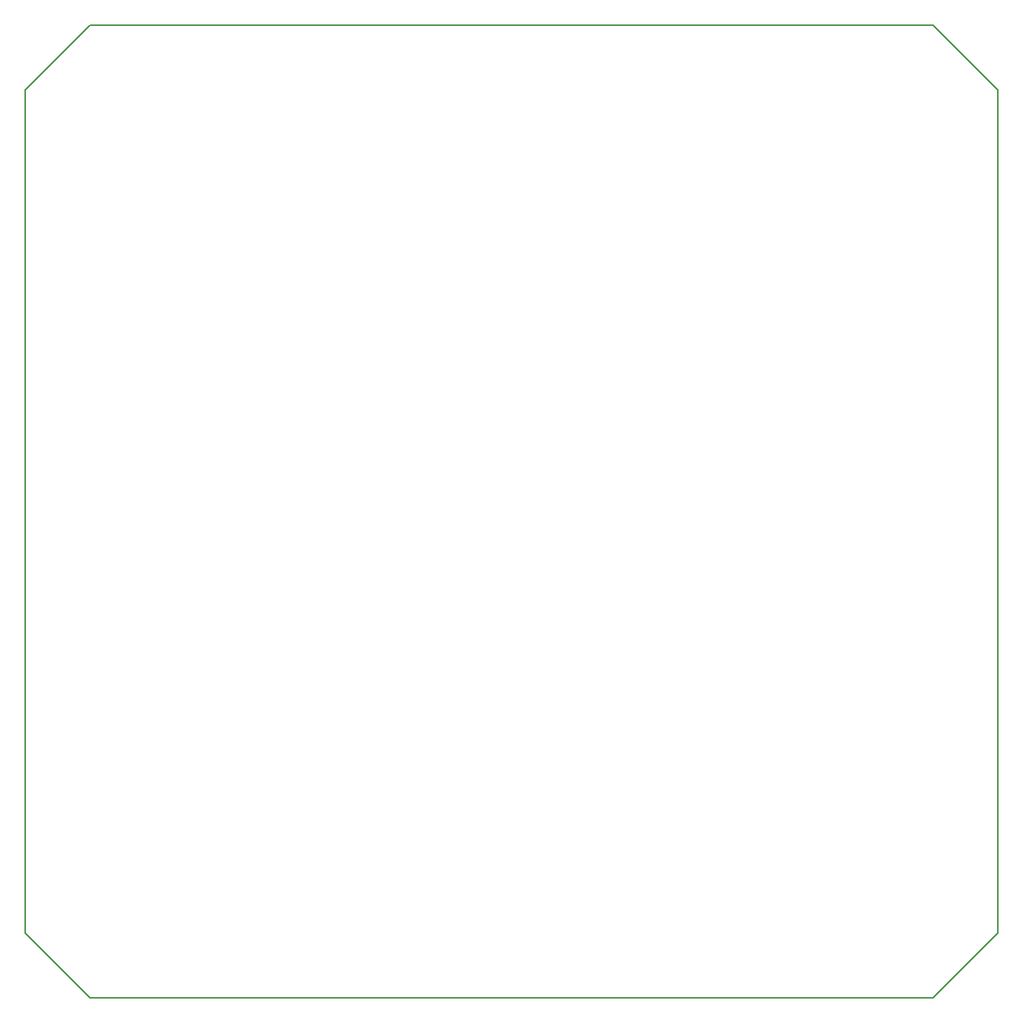
<source format=gm1>
G04 #@! TF.GenerationSoftware,KiCad,Pcbnew,7.0.7*
G04 #@! TF.CreationDate,2024-01-03T18:51:49-05:00*
G04 #@! TF.ProjectId,sunlight_pcb,73756e6c-6967-4687-945f-7063622e6b69,rev?*
G04 #@! TF.SameCoordinates,Original*
G04 #@! TF.FileFunction,Profile,NP*
%FSLAX46Y46*%
G04 Gerber Fmt 4.6, Leading zero omitted, Abs format (unit mm)*
G04 Created by KiCad (PCBNEW 7.0.7) date 2024-01-03 18:51:49*
%MOMM*%
%LPD*%
G01*
G04 APERTURE LIST*
G04 #@! TA.AperFunction,Profile*
%ADD10C,0.150000*%
G04 #@! TD*
G04 APERTURE END LIST*
D10*
X82000000Y-136750000D02*
X82000000Y-43250000D01*
X182750000Y-144000000D02*
X89250000Y-144000000D01*
X190000000Y-43250000D02*
X190000000Y-136750000D01*
X89250000Y-36000000D02*
X182750000Y-36000000D01*
X82000000Y-43250000D02*
X89250000Y-36000000D01*
X82000000Y-136750000D02*
X89250000Y-144000000D01*
X182750000Y-144000000D02*
X190000000Y-136750000D01*
X182750000Y-36000000D02*
X190000000Y-43250000D01*
M02*

</source>
